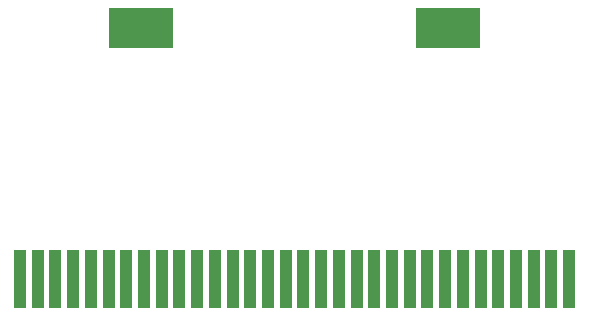
<source format=gbr>
%TF.GenerationSoftware,KiCad,Pcbnew,(6.0.2)*%
%TF.CreationDate,2022-11-18T22:33:18-06:00*%
%TF.ProjectId,REF1395A Optimized,52454631-3339-4354-9120-4f7074696d69,rev?*%
%TF.SameCoordinates,Original*%
%TF.FileFunction,Paste,Bot*%
%TF.FilePolarity,Positive*%
%FSLAX46Y46*%
G04 Gerber Fmt 4.6, Leading zero omitted, Abs format (unit mm)*
G04 Created by KiCad (PCBNEW (6.0.2)) date 2022-11-18 22:33:18*
%MOMM*%
%LPD*%
G01*
G04 APERTURE LIST*
%ADD10R,1.000000X5.000000*%
%ADD11R,5.500000X3.500000*%
G04 APERTURE END LIST*
D10*
%TO.C,J2*%
X167981000Y-85663000D03*
X166481000Y-85663000D03*
X164981000Y-85663000D03*
X163481000Y-85663000D03*
X161981000Y-85663000D03*
X160481000Y-85663000D03*
X158981000Y-85663000D03*
X157481000Y-85663000D03*
X155981000Y-85663000D03*
X154481000Y-85663000D03*
X152981000Y-85663000D03*
X151481000Y-85663000D03*
X149981000Y-85663000D03*
X148481000Y-85663000D03*
X146981000Y-85663000D03*
X145481000Y-85663000D03*
X143981000Y-85663000D03*
X142481000Y-85663000D03*
X140981000Y-85663000D03*
X139481000Y-85663000D03*
X137981000Y-85663000D03*
X136481000Y-85663000D03*
X134981000Y-85663000D03*
X133481000Y-85663000D03*
X131981000Y-85663000D03*
X130481000Y-85663000D03*
X128981000Y-85663000D03*
X127481000Y-85663000D03*
X125981000Y-85663000D03*
X124481000Y-85663000D03*
X122981000Y-85663000D03*
X121481000Y-85663000D03*
D11*
X157731000Y-64413000D03*
X131731000Y-64413000D03*
%TD*%
M02*

</source>
